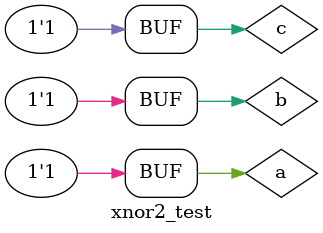
<source format=v>
module xnor2_test;
reg a,b;
wire c;
xnor xnor2_test(c,a,b);
initial
begin
#000 a=0;b=0;
#100 a=0;b=1;
#100 a=1;b=0;
#100 a=1;b=1;
end 
initial
begin
$monitor($time,"a=%b,b=%b,c=%b",a,b,c);
end
initial 
begin 
$dumpfile("xnor2_test.vcd");
$dumpvars(0,xnor2_test);
end
endmodule
</source>
